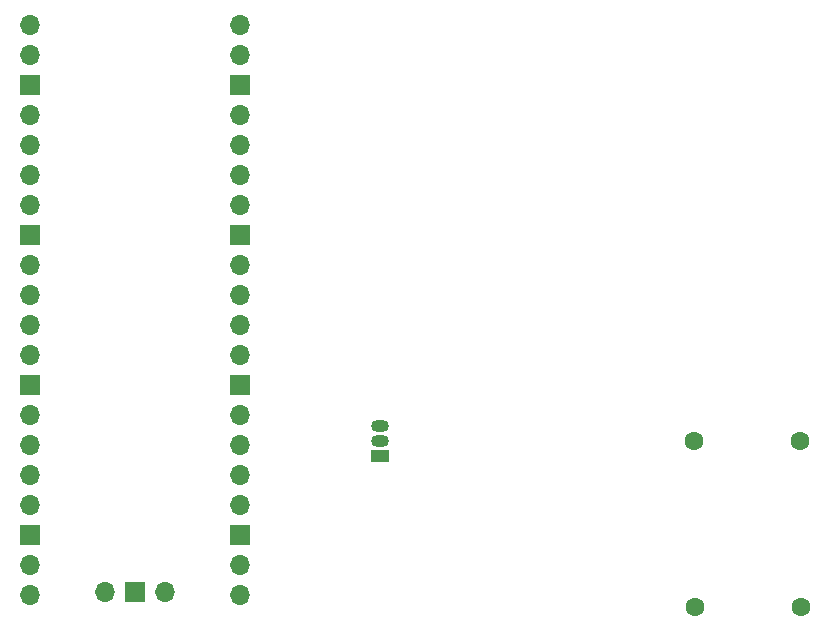
<source format=gbr>
%TF.GenerationSoftware,KiCad,Pcbnew,8.0.0*%
%TF.CreationDate,2024-04-01T11:29:53-03:00*%
%TF.ProjectId,Aula-pcb,41756c61-2d70-4636-922e-6b696361645f,rev?*%
%TF.SameCoordinates,Original*%
%TF.FileFunction,Copper,L2,Bot*%
%TF.FilePolarity,Positive*%
%FSLAX46Y46*%
G04 Gerber Fmt 4.6, Leading zero omitted, Abs format (unit mm)*
G04 Created by KiCad (PCBNEW 8.0.0) date 2024-04-01 11:29:53*
%MOMM*%
%LPD*%
G01*
G04 APERTURE LIST*
%TA.AperFunction,ComponentPad*%
%ADD10C,1.600000*%
%TD*%
%TA.AperFunction,ComponentPad*%
%ADD11R,1.500000X1.050000*%
%TD*%
%TA.AperFunction,ComponentPad*%
%ADD12O,1.500000X1.050000*%
%TD*%
%TA.AperFunction,ComponentPad*%
%ADD13O,1.700000X1.700000*%
%TD*%
%TA.AperFunction,ComponentPad*%
%ADD14R,1.700000X1.700000*%
%TD*%
G04 APERTURE END LIST*
D10*
%TO.P,R2,1*%
%TO.N,Net-(D1-A)*%
X222045000Y-123000000D03*
%TO.P,R2,2*%
%TO.N,VCC*%
X231045000Y-123000000D03*
%TD*%
%TO.P,R1,1*%
%TO.N,Net-(R1-Pad1)*%
X230955000Y-109000000D03*
%TO.P,R1,2*%
%TO.N,Net-(Q1-B)*%
X221955000Y-109000000D03*
%TD*%
D11*
%TO.P,Q1,1,C*%
%TO.N,Net-(D1-K)*%
X195360000Y-110270000D03*
D12*
%TO.P,Q1,2,B*%
%TO.N,Net-(Q1-B)*%
X195360000Y-109000000D03*
%TO.P,Q1,3,E*%
%TO.N,GND*%
X195360000Y-107730000D03*
%TD*%
D13*
%TO.P,U1,1,GPIO0*%
%TO.N,unconnected-(U1-GPIO0-Pad1)*%
X165720000Y-73740000D03*
%TO.P,U1,2,GPIO1*%
%TO.N,unconnected-(U1-GPIO1-Pad2)*%
X165720000Y-76280000D03*
D14*
%TO.P,U1,3,GND*%
%TO.N,unconnected-(U1-GND-Pad3)*%
X165720000Y-78820000D03*
D13*
%TO.P,U1,4,GPIO2*%
%TO.N,unconnected-(U1-GPIO2-Pad4)*%
X165720000Y-81360000D03*
%TO.P,U1,5,GPIO3*%
%TO.N,unconnected-(U1-GPIO3-Pad5)*%
X165720000Y-83900000D03*
%TO.P,U1,6,GPIO4*%
%TO.N,unconnected-(U1-GPIO4-Pad6)*%
X165720000Y-86440000D03*
%TO.P,U1,7,GPIO5*%
%TO.N,unconnected-(U1-GPIO5-Pad7)*%
X165720000Y-88980000D03*
D14*
%TO.P,U1,8,GND*%
%TO.N,unconnected-(U1-GND-Pad8)*%
X165720000Y-91520000D03*
D13*
%TO.P,U1,9,GPIO6*%
%TO.N,unconnected-(U1-GPIO6-Pad9)*%
X165720000Y-94060000D03*
%TO.P,U1,10,GPIO7*%
%TO.N,unconnected-(U1-GPIO7-Pad10)*%
X165720000Y-96600000D03*
%TO.P,U1,11,GPIO8*%
%TO.N,unconnected-(U1-GPIO8-Pad11)*%
X165720000Y-99140000D03*
%TO.P,U1,12,GPIO9*%
%TO.N,unconnected-(U1-GPIO9-Pad12)*%
X165720000Y-101680000D03*
D14*
%TO.P,U1,13,GND*%
%TO.N,unconnected-(U1-GND-Pad13)*%
X165720000Y-104220000D03*
D13*
%TO.P,U1,14,GPIO10*%
%TO.N,unconnected-(U1-GPIO10-Pad14)*%
X165720000Y-106760000D03*
%TO.P,U1,15,GPIO11*%
%TO.N,unconnected-(U1-GPIO11-Pad15)*%
X165720000Y-109300000D03*
%TO.P,U1,16,GPIO12*%
%TO.N,unconnected-(U1-GPIO12-Pad16)*%
X165720000Y-111840000D03*
%TO.P,U1,17,GPIO13*%
%TO.N,unconnected-(U1-GPIO13-Pad17)*%
X165720000Y-114380000D03*
D14*
%TO.P,U1,18,GND*%
%TO.N,unconnected-(U1-GND-Pad18)*%
X165720000Y-116920000D03*
D13*
%TO.P,U1,19,GPIO14*%
%TO.N,unconnected-(U1-GPIO14-Pad19)*%
X165720000Y-119460000D03*
%TO.P,U1,20,GPIO15*%
%TO.N,unconnected-(U1-GPIO15-Pad20)*%
X165720000Y-122000000D03*
%TO.P,U1,21,GPIO16*%
%TO.N,unconnected-(U1-GPIO16-Pad21)*%
X183500000Y-122000000D03*
%TO.P,U1,22,GPIO17*%
%TO.N,unconnected-(U1-GPIO17-Pad22)*%
X183500000Y-119460000D03*
D14*
%TO.P,U1,23,GND*%
%TO.N,unconnected-(U1-GND-Pad23)*%
X183500000Y-116920000D03*
D13*
%TO.P,U1,24,GPIO18*%
%TO.N,unconnected-(U1-GPIO18-Pad24)*%
X183500000Y-114380000D03*
%TO.P,U1,25,GPIO19*%
%TO.N,unconnected-(U1-GPIO19-Pad25)*%
X183500000Y-111840000D03*
%TO.P,U1,26,GPIO20*%
%TO.N,unconnected-(U1-GPIO20-Pad26)*%
X183500000Y-109300000D03*
%TO.P,U1,27,GPIO21*%
%TO.N,unconnected-(U1-GPIO21-Pad27)*%
X183500000Y-106760000D03*
D14*
%TO.P,U1,28,GND*%
%TO.N,unconnected-(U1-GND-Pad28)*%
X183500000Y-104220000D03*
D13*
%TO.P,U1,29,GPIO22*%
%TO.N,unconnected-(U1-GPIO22-Pad29)*%
X183500000Y-101680000D03*
%TO.P,U1,30,RUN*%
%TO.N,unconnected-(U1-RUN-Pad30)*%
X183500000Y-99140000D03*
%TO.P,U1,31,GPIO26_ADC0*%
%TO.N,unconnected-(U1-GPIO26_ADC0-Pad31)*%
X183500000Y-96600000D03*
%TO.P,U1,32,GPIO27_ADC1*%
%TO.N,unconnected-(U1-GPIO27_ADC1-Pad32)*%
X183500000Y-94060000D03*
D14*
%TO.P,U1,33,AGND*%
%TO.N,unconnected-(U1-AGND-Pad33)*%
X183500000Y-91520000D03*
D13*
%TO.P,U1,34,GPIO28_ADC2*%
%TO.N,unconnected-(U1-GPIO28_ADC2-Pad34)*%
X183500000Y-88980000D03*
%TO.P,U1,35,ADC_VREF*%
%TO.N,unconnected-(U1-ADC_VREF-Pad35)*%
X183500000Y-86440000D03*
%TO.P,U1,36,3V3*%
%TO.N,unconnected-(U1-3V3-Pad36)*%
X183500000Y-83900000D03*
%TO.P,U1,37,3V3_EN*%
%TO.N,unconnected-(U1-3V3_EN-Pad37)*%
X183500000Y-81360000D03*
D14*
%TO.P,U1,38,GND*%
%TO.N,GND*%
X183500000Y-78820000D03*
D13*
%TO.P,U1,39,VSYS*%
%TO.N,VCC*%
X183500000Y-76280000D03*
%TO.P,U1,40,VBUS*%
%TO.N,unconnected-(U1-VBUS-Pad40)*%
X183500000Y-73740000D03*
%TO.P,U1,41,SWCLK*%
%TO.N,unconnected-(U1-SWCLK-Pad41)*%
X172070000Y-121770000D03*
D14*
%TO.P,U1,42,GND*%
%TO.N,unconnected-(U1-GND-Pad42)*%
X174610000Y-121770000D03*
D13*
%TO.P,U1,43,SWDIO*%
%TO.N,unconnected-(U1-SWDIO-Pad43)*%
X177150000Y-121770000D03*
%TD*%
M02*

</source>
